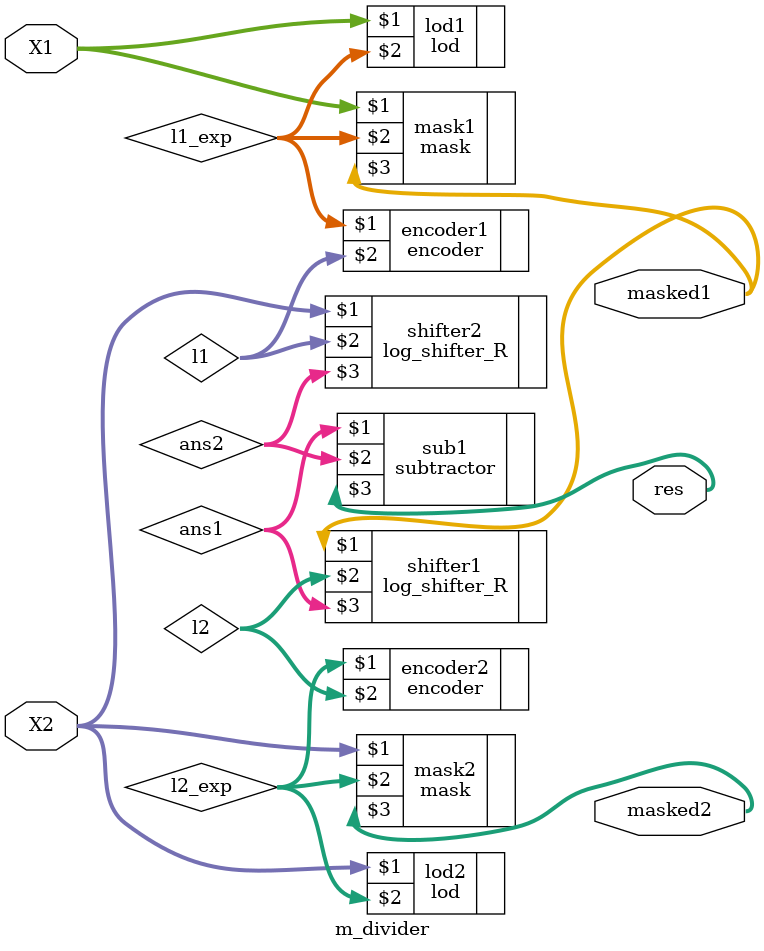
<source format=v>
module m_divider #(parameter SIZE = 16, parameter truncation = 16)
    ( input [SIZE-1:0] X1, 
      input [SIZE-1:0] X2, 
      output [SIZE-1:0] res, 
      output [SIZE-1:0] masked1, 
      output [SIZE-1:0] masked2 );

    localparam length = $clog2(SIZE);

    wire [length-1:0] l1, l2;
    wire [SIZE-1:0] l1_exp, l2_exp;

    // Leading-One Detection
    lod #(SIZE) lod1( X1, l1_exp );
    lod #(SIZE) lod2( X2, l2_exp );

    // Masking
    mask #(SIZE) mask1 ( X1 , l1_exp , masked1 );
    mask #(SIZE) mask2 ( X2 , l2_exp , masked2 );

    // Encoding
    encoder encoder1 ( l1_exp , l1 );
    encoder encoder2 ( l2_exp , l2 );

    // Logarithmic shift approximations
    wire [SIZE-1:0] ans1, ans2;
    log_shifter_R #(4, truncation) shifter1 ( masked1 , l2 , ans1 );
    log_shifter_R #(4, truncation) shifter2 ( X2 , l1 , ans2 );

    // Difference instead of addition (division)
    subtractor #(SIZE) sub1(ans1, ans2, res);
    // OR use: assign res = ans1 - ans2;

    initial begin
        $dumpfile("test_div.vcd");
        $dumpvars(0, X1, X2, l1, l2, ans1, ans2, l1_exp, l2_exp);
    end
endmodule

</source>
